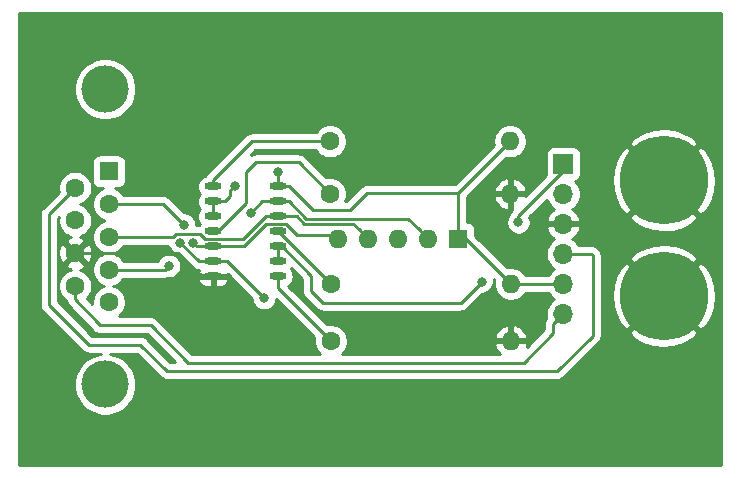
<source format=gbr>
G04 #@! TF.GenerationSoftware,KiCad,Pcbnew,(5.1.5-0-10_14)*
G04 #@! TF.CreationDate,2020-10-19T13:07:16+11:00*
G04 #@! TF.ProjectId,Atari-Tandy Joystick Adapter,41746172-692d-4546-916e-6479204a6f79,rev?*
G04 #@! TF.SameCoordinates,Original*
G04 #@! TF.FileFunction,Copper,L1,Top*
G04 #@! TF.FilePolarity,Positive*
%FSLAX46Y46*%
G04 Gerber Fmt 4.6, Leading zero omitted, Abs format (unit mm)*
G04 Created by KiCad (PCBNEW (5.1.5-0-10_14)) date 2020-10-19 13:07:16*
%MOMM*%
%LPD*%
G04 APERTURE LIST*
%ADD10O,1.600000X1.600000*%
%ADD11R,1.600000X1.600000*%
%ADD12O,1.450000X0.599999*%
%ADD13C,7.500000*%
%ADD14C,1.600000*%
%ADD15C,4.000000*%
%ADD16O,1.700000X1.700000*%
%ADD17R,1.700000X1.700000*%
%ADD18C,0.800000*%
%ADD19C,0.250000*%
%ADD20C,0.254000*%
G04 APERTURE END LIST*
D10*
X79883000Y-53721000D03*
X82423000Y-53721000D03*
X84963000Y-53721000D03*
X87503000Y-53721000D03*
D11*
X90043000Y-53721000D03*
D12*
X74733998Y-49276000D03*
X74733998Y-50546000D03*
X74733998Y-51816000D03*
X74733998Y-53086000D03*
X74733998Y-54356000D03*
X74733998Y-55626000D03*
X74733998Y-56896000D03*
X69283999Y-56896000D03*
X69283999Y-55626000D03*
X69283999Y-54356000D03*
X69283999Y-53086000D03*
X69283999Y-51816000D03*
X69283999Y-50546000D03*
X69283999Y-49276000D03*
D13*
X107442000Y-58547000D03*
X107442000Y-48768000D03*
D10*
X94488000Y-62357000D03*
D14*
X79248000Y-62357000D03*
D10*
X94488000Y-57531000D03*
D14*
X79248000Y-57531000D03*
D10*
X94424500Y-49911000D03*
D14*
X79184500Y-49911000D03*
D10*
X94424500Y-45466000D03*
D14*
X79184500Y-45466000D03*
D15*
X60152000Y-66046000D03*
X60152000Y-41046000D03*
D14*
X57612000Y-57701000D03*
X57612000Y-54931000D03*
X57612000Y-52161000D03*
X57612000Y-49391000D03*
X60452000Y-59086000D03*
X60452000Y-56316000D03*
X60452000Y-53546000D03*
X60452000Y-50776000D03*
D11*
X60452000Y-48006000D03*
D16*
X98933000Y-60071000D03*
X98933000Y-57531000D03*
X98933000Y-54991000D03*
X98933000Y-52451000D03*
X98933000Y-49911000D03*
D17*
X98933000Y-47371000D03*
D18*
X74739500Y-48060999D03*
X70421500Y-58674000D03*
X71120000Y-49212500D03*
X92011500Y-57340500D03*
X95123000Y-52324000D03*
X65532000Y-56007000D03*
X66484500Y-54038500D03*
X73596500Y-58737500D03*
X66802000Y-52514500D03*
X67564000Y-54038500D03*
X72453500Y-51498500D03*
D19*
X57612000Y-58832370D02*
X57612000Y-57701000D01*
X67183000Y-64198500D02*
X64008000Y-61023500D01*
X98083001Y-61682999D02*
X95567500Y-64198500D01*
X59690000Y-61023500D02*
X59626500Y-60960000D01*
X98933000Y-60071000D02*
X98083001Y-60920999D01*
X64008000Y-61023500D02*
X59690000Y-61023500D01*
X59626500Y-60960000D02*
X57612000Y-58832370D01*
X95567500Y-64198500D02*
X67183000Y-64198500D01*
X98083001Y-60920999D02*
X98083001Y-61682999D01*
X59700629Y-60920999D02*
X59626500Y-60960000D01*
X90043000Y-49847500D02*
X90043000Y-53721000D01*
X94424500Y-45466000D02*
X90043000Y-49847500D01*
X97730919Y-57531000D02*
X94488000Y-57531000D01*
X98933000Y-57531000D02*
X97730919Y-57531000D01*
X90678000Y-53721000D02*
X90043000Y-53721000D01*
X94488000Y-57531000D02*
X90678000Y-53721000D01*
X75708997Y-49276000D02*
X77740997Y-51308000D01*
X74733998Y-49276000D02*
X75708997Y-49276000D01*
X77740997Y-51308000D02*
X80835500Y-51308000D01*
X82296000Y-49847500D02*
X90043000Y-49847500D01*
X80835500Y-51308000D02*
X82296000Y-49847500D01*
X74733998Y-48066501D02*
X74739500Y-48060999D01*
X74733998Y-49276000D02*
X74733998Y-48066501D01*
X55372000Y-51631000D02*
X57612000Y-49391000D01*
X63119000Y-62674500D02*
X58737500Y-62674500D01*
X98425000Y-64897000D02*
X65341500Y-64897000D01*
X101409500Y-61912500D02*
X98425000Y-64897000D01*
X101409500Y-55118000D02*
X101409500Y-61912500D01*
X58737500Y-62674500D02*
X55372000Y-59309000D01*
X65341500Y-64897000D02*
X63119000Y-62674500D01*
X101282500Y-54991000D02*
X101409500Y-55118000D01*
X55372000Y-59309000D02*
X55372000Y-51631000D01*
X98933000Y-54991000D02*
X101282500Y-54991000D01*
X69283999Y-57536499D02*
X69283999Y-56896000D01*
X70421500Y-58674000D02*
X69283999Y-57536499D01*
X58743370Y-54931000D02*
X57612000Y-54931000D01*
X66344000Y-54931000D02*
X58743370Y-54931000D01*
X68309000Y-56896000D02*
X66344000Y-54931000D01*
X69283999Y-56896000D02*
X68309000Y-56896000D01*
X70258998Y-50546000D02*
X69283999Y-50546000D01*
X70720001Y-49612499D02*
X70720001Y-50084997D01*
X70720001Y-50084997D02*
X70258998Y-50546000D01*
X71120000Y-49212500D02*
X70720001Y-49612499D01*
X69283999Y-50546000D02*
X69283999Y-51816000D01*
X74733998Y-54356000D02*
X74733998Y-55626000D01*
X98933000Y-47948315D02*
X98933000Y-47371000D01*
X95123000Y-51758315D02*
X98933000Y-47948315D01*
X95123000Y-52324000D02*
X95123000Y-51758315D01*
X90233500Y-59118500D02*
X92011500Y-57340500D01*
X78549500Y-59118500D02*
X90233500Y-59118500D01*
X77597000Y-58166000D02*
X78549500Y-59118500D01*
X77597000Y-56832500D02*
X77597000Y-58166000D01*
X75120500Y-54356000D02*
X77597000Y-56832500D01*
X74733998Y-54356000D02*
X75120500Y-54356000D01*
X65223000Y-56316000D02*
X65532000Y-56007000D01*
X60452000Y-56316000D02*
X65223000Y-56316000D01*
X68072000Y-55626000D02*
X69283999Y-55626000D01*
X66484500Y-54038500D02*
X68072000Y-55626000D01*
X70485000Y-55626000D02*
X73596500Y-58737500D01*
X69283999Y-55626000D02*
X70485000Y-55626000D01*
X65903998Y-53546000D02*
X66136499Y-53313499D01*
X60452000Y-53546000D02*
X65903998Y-53546000D01*
X73758999Y-51816000D02*
X74733998Y-51816000D01*
X73722090Y-51816000D02*
X73758999Y-51816000D01*
X71827081Y-53711009D02*
X73722090Y-51816000D01*
X68600112Y-53711009D02*
X71827081Y-53711009D01*
X68202602Y-53313499D02*
X68600112Y-53711009D01*
X66136499Y-53313499D02*
X68202602Y-53313499D01*
X81153000Y-52451000D02*
X81623001Y-52921001D01*
X74733998Y-51816000D02*
X76342587Y-51816000D01*
X81623001Y-52921001D02*
X82423000Y-53721000D01*
X76977587Y-52451000D02*
X81153000Y-52451000D01*
X76342587Y-51816000D02*
X76977587Y-52451000D01*
X65063500Y-50776000D02*
X66802000Y-52514500D01*
X60452000Y-50776000D02*
X65063500Y-50776000D01*
X67881500Y-54356000D02*
X69283999Y-54356000D01*
X67564000Y-54038500D02*
X67881500Y-54356000D01*
X79883000Y-53721000D02*
X79565500Y-53403500D01*
X73777009Y-52460991D02*
X71882000Y-54356000D01*
X71882000Y-54356000D02*
X69283999Y-54356000D01*
X79565500Y-53403500D02*
X76390500Y-53403500D01*
X76390500Y-53403500D02*
X75447991Y-52460991D01*
X75447991Y-52460991D02*
X73777009Y-52460991D01*
X69283999Y-48726001D02*
X69283999Y-49276000D01*
X72544000Y-45466000D02*
X69283999Y-48726001D01*
X79184500Y-45466000D02*
X72544000Y-45466000D01*
X72072500Y-48069500D02*
X72072500Y-50673000D01*
X72072500Y-50673000D02*
X69659500Y-53086000D01*
X72898000Y-47244000D02*
X72072500Y-48069500D01*
X76517500Y-47244000D02*
X72898000Y-47244000D01*
X69659500Y-53086000D02*
X69283999Y-53086000D01*
X79184500Y-49911000D02*
X76517500Y-47244000D01*
X74803000Y-53086000D02*
X74733998Y-53086000D01*
X79248000Y-57531000D02*
X74803000Y-53086000D01*
X74733998Y-57842998D02*
X74733998Y-56896000D01*
X79248000Y-62357000D02*
X74733998Y-57842998D01*
X73406000Y-50546000D02*
X74733998Y-50546000D01*
X72453500Y-51498500D02*
X73406000Y-50546000D01*
X74733998Y-50546000D02*
X75708997Y-50546000D01*
X75708997Y-50546000D02*
X77163986Y-52000989D01*
X77163986Y-52000989D02*
X81339400Y-52000989D01*
X85792981Y-52010981D02*
X86703001Y-52921001D01*
X81349392Y-52010981D02*
X85792981Y-52010981D01*
X81339400Y-52000989D02*
X81349392Y-52010981D01*
X86703001Y-52921001D02*
X87503000Y-53721000D01*
D20*
G36*
X112243001Y-72873000D02*
G01*
X52857000Y-72873000D01*
X52857000Y-51631000D01*
X54608324Y-51631000D01*
X54612001Y-51668332D01*
X54612000Y-59271678D01*
X54608324Y-59309000D01*
X54612000Y-59346322D01*
X54612000Y-59346332D01*
X54622997Y-59457985D01*
X54648718Y-59542776D01*
X54666454Y-59601246D01*
X54737026Y-59733276D01*
X54763658Y-59765727D01*
X54831999Y-59849001D01*
X54861003Y-59872804D01*
X58173700Y-63185502D01*
X58197499Y-63214501D01*
X58313224Y-63309474D01*
X58445253Y-63380046D01*
X58588514Y-63423503D01*
X58700167Y-63434500D01*
X58700175Y-63434500D01*
X58737500Y-63438176D01*
X58774825Y-63434500D01*
X59774332Y-63434500D01*
X59383399Y-63512261D01*
X58903859Y-63710893D01*
X58472285Y-63999262D01*
X58105262Y-64366285D01*
X57816893Y-64797859D01*
X57618261Y-65277399D01*
X57517000Y-65786475D01*
X57517000Y-66305525D01*
X57618261Y-66814601D01*
X57816893Y-67294141D01*
X58105262Y-67725715D01*
X58472285Y-68092738D01*
X58903859Y-68381107D01*
X59383399Y-68579739D01*
X59892475Y-68681000D01*
X60411525Y-68681000D01*
X60920601Y-68579739D01*
X61400141Y-68381107D01*
X61831715Y-68092738D01*
X62198738Y-67725715D01*
X62487107Y-67294141D01*
X62685739Y-66814601D01*
X62787000Y-66305525D01*
X62787000Y-65786475D01*
X62685739Y-65277399D01*
X62487107Y-64797859D01*
X62198738Y-64366285D01*
X61831715Y-63999262D01*
X61400141Y-63710893D01*
X60920601Y-63512261D01*
X60529668Y-63434500D01*
X62804199Y-63434500D01*
X64777701Y-65408003D01*
X64801499Y-65437001D01*
X64917224Y-65531974D01*
X65049253Y-65602546D01*
X65192514Y-65646003D01*
X65304167Y-65657000D01*
X65304175Y-65657000D01*
X65341500Y-65660676D01*
X65378825Y-65657000D01*
X98387678Y-65657000D01*
X98425000Y-65660676D01*
X98462322Y-65657000D01*
X98462333Y-65657000D01*
X98573986Y-65646003D01*
X98717247Y-65602546D01*
X98849276Y-65531974D01*
X98965001Y-65437001D01*
X98988804Y-65407997D01*
X101920508Y-62476295D01*
X101949501Y-62452501D01*
X101973295Y-62423508D01*
X101973299Y-62423504D01*
X102044473Y-62336777D01*
X102044474Y-62336776D01*
X102115046Y-62204747D01*
X102158503Y-62061486D01*
X102169500Y-61949833D01*
X102169500Y-61949824D01*
X102173176Y-61912501D01*
X102169500Y-61875178D01*
X102169500Y-61638872D01*
X104529733Y-61638872D01*
X104955912Y-62184872D01*
X105713395Y-62599983D01*
X106537307Y-62859339D01*
X107395986Y-62952976D01*
X108256434Y-62877293D01*
X109085583Y-62635199D01*
X109851570Y-62235999D01*
X109928088Y-62184872D01*
X110354267Y-61638872D01*
X107442000Y-58726605D01*
X104529733Y-61638872D01*
X102169500Y-61638872D01*
X102169500Y-58500986D01*
X103036024Y-58500986D01*
X103111707Y-59361434D01*
X103353801Y-60190583D01*
X103753001Y-60956570D01*
X103804128Y-61033088D01*
X104350128Y-61459267D01*
X107262395Y-58547000D01*
X107621605Y-58547000D01*
X110533872Y-61459267D01*
X111079872Y-61033088D01*
X111494983Y-60275605D01*
X111754339Y-59451693D01*
X111847976Y-58593014D01*
X111772293Y-57732566D01*
X111530199Y-56903417D01*
X111130999Y-56137430D01*
X111079872Y-56060912D01*
X110533872Y-55634733D01*
X107621605Y-58547000D01*
X107262395Y-58547000D01*
X104350128Y-55634733D01*
X103804128Y-56060912D01*
X103389017Y-56818395D01*
X103129661Y-57642307D01*
X103036024Y-58500986D01*
X102169500Y-58500986D01*
X102169500Y-55455128D01*
X104529733Y-55455128D01*
X107442000Y-58367395D01*
X110354267Y-55455128D01*
X109928088Y-54909128D01*
X109170605Y-54494017D01*
X108346693Y-54234661D01*
X107488014Y-54141024D01*
X106627566Y-54216707D01*
X105798417Y-54458801D01*
X105032430Y-54858001D01*
X104955912Y-54909128D01*
X104529733Y-55455128D01*
X102169500Y-55455128D01*
X102169500Y-55155322D01*
X102173176Y-55117999D01*
X102169500Y-55080677D01*
X102169500Y-55080667D01*
X102158503Y-54969014D01*
X102115046Y-54825753D01*
X102044474Y-54693724D01*
X101949501Y-54577999D01*
X101920498Y-54554197D01*
X101846304Y-54480003D01*
X101822501Y-54450999D01*
X101706776Y-54356026D01*
X101574747Y-54285454D01*
X101431486Y-54241997D01*
X101319833Y-54231000D01*
X101319822Y-54231000D01*
X101282500Y-54227324D01*
X101245178Y-54231000D01*
X100211178Y-54231000D01*
X100086475Y-54044368D01*
X99879632Y-53837525D01*
X99697466Y-53715805D01*
X99814355Y-53646178D01*
X100030588Y-53451269D01*
X100204641Y-53217920D01*
X100329825Y-52955099D01*
X100374476Y-52807890D01*
X100253155Y-52578000D01*
X99060000Y-52578000D01*
X99060000Y-52598000D01*
X98806000Y-52598000D01*
X98806000Y-52578000D01*
X97612845Y-52578000D01*
X97491524Y-52807890D01*
X97536175Y-52955099D01*
X97661359Y-53217920D01*
X97835412Y-53451269D01*
X98051645Y-53646178D01*
X98168534Y-53715805D01*
X97986368Y-53837525D01*
X97779525Y-54044368D01*
X97617010Y-54287589D01*
X97505068Y-54557842D01*
X97448000Y-54844740D01*
X97448000Y-55137260D01*
X97505068Y-55424158D01*
X97617010Y-55694411D01*
X97779525Y-55937632D01*
X97986368Y-56144475D01*
X98160760Y-56261000D01*
X97986368Y-56377525D01*
X97779525Y-56584368D01*
X97654822Y-56771000D01*
X95706043Y-56771000D01*
X95602637Y-56616241D01*
X95402759Y-56416363D01*
X95167727Y-56259320D01*
X94906574Y-56151147D01*
X94629335Y-56096000D01*
X94346665Y-56096000D01*
X94164114Y-56132312D01*
X91481072Y-53449271D01*
X91481072Y-52921000D01*
X91468812Y-52796518D01*
X91432502Y-52676820D01*
X91373537Y-52566506D01*
X91294185Y-52469815D01*
X91197494Y-52390463D01*
X91087180Y-52331498D01*
X90967482Y-52295188D01*
X90843000Y-52282928D01*
X90803000Y-52282928D01*
X90803000Y-52222061D01*
X94088000Y-52222061D01*
X94088000Y-52425939D01*
X94127774Y-52625898D01*
X94205795Y-52814256D01*
X94319063Y-52983774D01*
X94463226Y-53127937D01*
X94632744Y-53241205D01*
X94821102Y-53319226D01*
X95021061Y-53359000D01*
X95224939Y-53359000D01*
X95424898Y-53319226D01*
X95613256Y-53241205D01*
X95782774Y-53127937D01*
X95926937Y-52983774D01*
X96040205Y-52814256D01*
X96118226Y-52625898D01*
X96158000Y-52425939D01*
X96158000Y-52222061D01*
X96118226Y-52022102D01*
X96064271Y-51891845D01*
X97536375Y-50419741D01*
X97617010Y-50614411D01*
X97779525Y-50857632D01*
X97986368Y-51064475D01*
X98168534Y-51186195D01*
X98051645Y-51255822D01*
X97835412Y-51450731D01*
X97661359Y-51684080D01*
X97536175Y-51946901D01*
X97491524Y-52094110D01*
X97612845Y-52324000D01*
X98806000Y-52324000D01*
X98806000Y-52304000D01*
X99060000Y-52304000D01*
X99060000Y-52324000D01*
X100253155Y-52324000D01*
X100374476Y-52094110D01*
X100329825Y-51946901D01*
X100288373Y-51859872D01*
X104529733Y-51859872D01*
X104955912Y-52405872D01*
X105713395Y-52820983D01*
X106537307Y-53080339D01*
X107395986Y-53173976D01*
X108256434Y-53098293D01*
X109085583Y-52856199D01*
X109851570Y-52456999D01*
X109928088Y-52405872D01*
X110354267Y-51859872D01*
X107442000Y-48947605D01*
X104529733Y-51859872D01*
X100288373Y-51859872D01*
X100204641Y-51684080D01*
X100030588Y-51450731D01*
X99814355Y-51255822D01*
X99697466Y-51186195D01*
X99879632Y-51064475D01*
X100086475Y-50857632D01*
X100248990Y-50614411D01*
X100360932Y-50344158D01*
X100418000Y-50057260D01*
X100418000Y-49764740D01*
X100360932Y-49477842D01*
X100248990Y-49207589D01*
X100086475Y-48964368D01*
X99954620Y-48832513D01*
X100027180Y-48810502D01*
X100137494Y-48751537D01*
X100173502Y-48721986D01*
X103036024Y-48721986D01*
X103111707Y-49582434D01*
X103353801Y-50411583D01*
X103753001Y-51177570D01*
X103804128Y-51254088D01*
X104350128Y-51680267D01*
X107262395Y-48768000D01*
X107621605Y-48768000D01*
X110533872Y-51680267D01*
X111079872Y-51254088D01*
X111494983Y-50496605D01*
X111754339Y-49672693D01*
X111847976Y-48814014D01*
X111772293Y-47953566D01*
X111530199Y-47124417D01*
X111130999Y-46358430D01*
X111079872Y-46281912D01*
X110533872Y-45855733D01*
X107621605Y-48768000D01*
X107262395Y-48768000D01*
X104350128Y-45855733D01*
X103804128Y-46281912D01*
X103389017Y-47039395D01*
X103129661Y-47863307D01*
X103036024Y-48721986D01*
X100173502Y-48721986D01*
X100234185Y-48672185D01*
X100313537Y-48575494D01*
X100372502Y-48465180D01*
X100408812Y-48345482D01*
X100421072Y-48221000D01*
X100421072Y-46521000D01*
X100408812Y-46396518D01*
X100372502Y-46276820D01*
X100313537Y-46166506D01*
X100234185Y-46069815D01*
X100137494Y-45990463D01*
X100027180Y-45931498D01*
X99907482Y-45895188D01*
X99783000Y-45882928D01*
X98083000Y-45882928D01*
X97958518Y-45895188D01*
X97838820Y-45931498D01*
X97728506Y-45990463D01*
X97631815Y-46069815D01*
X97552463Y-46166506D01*
X97493498Y-46276820D01*
X97457188Y-46396518D01*
X97444928Y-46521000D01*
X97444928Y-48221000D01*
X97457188Y-48345482D01*
X97458082Y-48348431D01*
X95720690Y-50085824D01*
X95694415Y-50038000D01*
X94551500Y-50038000D01*
X94551500Y-51181624D01*
X94597254Y-51206616D01*
X94583000Y-51218314D01*
X94559202Y-51247312D01*
X94559201Y-51247313D01*
X94488026Y-51334039D01*
X94442037Y-51420079D01*
X94417454Y-51466068D01*
X94374013Y-51609276D01*
X94319063Y-51664226D01*
X94205795Y-51833744D01*
X94127774Y-52022102D01*
X94088000Y-52222061D01*
X90803000Y-52222061D01*
X90803000Y-50260039D01*
X93032596Y-50260039D01*
X93073254Y-50394087D01*
X93193463Y-50648420D01*
X93360981Y-50874414D01*
X93569369Y-51063385D01*
X93810619Y-51208070D01*
X94075460Y-51302909D01*
X94297500Y-51181624D01*
X94297500Y-50038000D01*
X93154585Y-50038000D01*
X93032596Y-50260039D01*
X90803000Y-50260039D01*
X90803000Y-50162301D01*
X91403340Y-49561961D01*
X93032596Y-49561961D01*
X93154585Y-49784000D01*
X94297500Y-49784000D01*
X94297500Y-48640376D01*
X94551500Y-48640376D01*
X94551500Y-49784000D01*
X95694415Y-49784000D01*
X95816404Y-49561961D01*
X95775746Y-49427913D01*
X95655537Y-49173580D01*
X95488019Y-48947586D01*
X95279631Y-48758615D01*
X95038381Y-48613930D01*
X94773540Y-48519091D01*
X94551500Y-48640376D01*
X94297500Y-48640376D01*
X94075460Y-48519091D01*
X93810619Y-48613930D01*
X93569369Y-48758615D01*
X93360981Y-48947586D01*
X93193463Y-49173580D01*
X93073254Y-49427913D01*
X93032596Y-49561961D01*
X91403340Y-49561961D01*
X94100614Y-46864688D01*
X94283165Y-46901000D01*
X94565835Y-46901000D01*
X94843074Y-46845853D01*
X95104227Y-46737680D01*
X95339259Y-46580637D01*
X95539137Y-46380759D01*
X95696180Y-46145727D01*
X95804353Y-45884574D01*
X95845816Y-45676128D01*
X104529733Y-45676128D01*
X107442000Y-48588395D01*
X110354267Y-45676128D01*
X109928088Y-45130128D01*
X109170605Y-44715017D01*
X108346693Y-44455661D01*
X107488014Y-44362024D01*
X106627566Y-44437707D01*
X105798417Y-44679801D01*
X105032430Y-45079001D01*
X104955912Y-45130128D01*
X104529733Y-45676128D01*
X95845816Y-45676128D01*
X95859500Y-45607335D01*
X95859500Y-45324665D01*
X95804353Y-45047426D01*
X95696180Y-44786273D01*
X95539137Y-44551241D01*
X95339259Y-44351363D01*
X95104227Y-44194320D01*
X94843074Y-44086147D01*
X94565835Y-44031000D01*
X94283165Y-44031000D01*
X94005926Y-44086147D01*
X93744773Y-44194320D01*
X93509741Y-44351363D01*
X93309863Y-44551241D01*
X93152820Y-44786273D01*
X93044647Y-45047426D01*
X92989500Y-45324665D01*
X92989500Y-45607335D01*
X93025812Y-45789886D01*
X89728199Y-49087500D01*
X82333323Y-49087500D01*
X82296000Y-49083824D01*
X82258677Y-49087500D01*
X82258667Y-49087500D01*
X82147014Y-49098497D01*
X82003753Y-49141954D01*
X81871723Y-49212526D01*
X81806563Y-49266002D01*
X81755999Y-49307499D01*
X81732201Y-49336497D01*
X80520699Y-50548000D01*
X80473878Y-50548000D01*
X80564353Y-50329574D01*
X80619500Y-50052335D01*
X80619500Y-49769665D01*
X80564353Y-49492426D01*
X80456180Y-49231273D01*
X80299137Y-48996241D01*
X80099259Y-48796363D01*
X79864227Y-48639320D01*
X79603074Y-48531147D01*
X79325835Y-48476000D01*
X79043165Y-48476000D01*
X78860614Y-48512312D01*
X77081304Y-46733003D01*
X77057501Y-46703999D01*
X76941776Y-46609026D01*
X76809747Y-46538454D01*
X76666486Y-46494997D01*
X76554833Y-46484000D01*
X76554822Y-46484000D01*
X76517500Y-46480324D01*
X76480178Y-46484000D01*
X72935322Y-46484000D01*
X72897999Y-46480324D01*
X72860676Y-46484000D01*
X72860667Y-46484000D01*
X72749014Y-46494997D01*
X72605753Y-46538454D01*
X72478132Y-46606670D01*
X72858802Y-46226000D01*
X77966457Y-46226000D01*
X78069863Y-46380759D01*
X78269741Y-46580637D01*
X78504773Y-46737680D01*
X78765926Y-46845853D01*
X79043165Y-46901000D01*
X79325835Y-46901000D01*
X79603074Y-46845853D01*
X79864227Y-46737680D01*
X80099259Y-46580637D01*
X80299137Y-46380759D01*
X80456180Y-46145727D01*
X80564353Y-45884574D01*
X80619500Y-45607335D01*
X80619500Y-45324665D01*
X80564353Y-45047426D01*
X80456180Y-44786273D01*
X80299137Y-44551241D01*
X80099259Y-44351363D01*
X79864227Y-44194320D01*
X79603074Y-44086147D01*
X79325835Y-44031000D01*
X79043165Y-44031000D01*
X78765926Y-44086147D01*
X78504773Y-44194320D01*
X78269741Y-44351363D01*
X78069863Y-44551241D01*
X77966457Y-44706000D01*
X72581333Y-44706000D01*
X72544000Y-44702323D01*
X72506667Y-44706000D01*
X72395014Y-44716997D01*
X72251753Y-44760454D01*
X72119724Y-44831026D01*
X72003999Y-44925999D01*
X71980201Y-44954997D01*
X68773002Y-48162197D01*
X68743998Y-48186000D01*
X68699221Y-48240562D01*
X68649025Y-48301725D01*
X68610174Y-48374409D01*
X68499458Y-48407994D01*
X68337027Y-48494815D01*
X68194655Y-48611657D01*
X68077813Y-48754029D01*
X67990992Y-48916460D01*
X67937528Y-49092708D01*
X67919475Y-49276000D01*
X67937528Y-49459292D01*
X67990992Y-49635540D01*
X68077813Y-49797971D01*
X68170574Y-49911000D01*
X68077813Y-50024029D01*
X67990992Y-50186460D01*
X67937528Y-50362708D01*
X67919475Y-50546000D01*
X67937528Y-50729292D01*
X67990992Y-50905540D01*
X68077813Y-51067971D01*
X68170574Y-51181000D01*
X68077813Y-51294029D01*
X67990992Y-51456460D01*
X67937528Y-51632708D01*
X67919475Y-51816000D01*
X67937528Y-51999292D01*
X67990992Y-52175540D01*
X68077813Y-52337971D01*
X68170574Y-52451000D01*
X68086455Y-52553499D01*
X67837000Y-52553499D01*
X67837000Y-52412561D01*
X67797226Y-52212602D01*
X67719205Y-52024244D01*
X67605937Y-51854726D01*
X67461774Y-51710563D01*
X67292256Y-51597295D01*
X67103898Y-51519274D01*
X66903939Y-51479500D01*
X66841802Y-51479500D01*
X65627304Y-50265003D01*
X65603501Y-50235999D01*
X65487776Y-50141026D01*
X65355747Y-50070454D01*
X65212486Y-50026997D01*
X65100833Y-50016000D01*
X65100822Y-50016000D01*
X65063500Y-50012324D01*
X65026178Y-50016000D01*
X61670043Y-50016000D01*
X61566637Y-49861241D01*
X61366759Y-49661363D01*
X61131727Y-49504320D01*
X60986275Y-49444072D01*
X61252000Y-49444072D01*
X61376482Y-49431812D01*
X61496180Y-49395502D01*
X61606494Y-49336537D01*
X61703185Y-49257185D01*
X61782537Y-49160494D01*
X61841502Y-49050180D01*
X61877812Y-48930482D01*
X61890072Y-48806000D01*
X61890072Y-47206000D01*
X61877812Y-47081518D01*
X61841502Y-46961820D01*
X61782537Y-46851506D01*
X61703185Y-46754815D01*
X61606494Y-46675463D01*
X61496180Y-46616498D01*
X61376482Y-46580188D01*
X61252000Y-46567928D01*
X59652000Y-46567928D01*
X59527518Y-46580188D01*
X59407820Y-46616498D01*
X59297506Y-46675463D01*
X59200815Y-46754815D01*
X59121463Y-46851506D01*
X59062498Y-46961820D01*
X59026188Y-47081518D01*
X59013928Y-47206000D01*
X59013928Y-48806000D01*
X59026188Y-48930482D01*
X59062498Y-49050180D01*
X59121463Y-49160494D01*
X59200815Y-49257185D01*
X59297506Y-49336537D01*
X59407820Y-49395502D01*
X59527518Y-49431812D01*
X59652000Y-49444072D01*
X59917725Y-49444072D01*
X59772273Y-49504320D01*
X59537241Y-49661363D01*
X59337363Y-49861241D01*
X59180320Y-50096273D01*
X59072147Y-50357426D01*
X59017000Y-50634665D01*
X59017000Y-50917335D01*
X59072147Y-51194574D01*
X59180320Y-51455727D01*
X59337363Y-51690759D01*
X59537241Y-51890637D01*
X59772273Y-52047680D01*
X60033426Y-52155853D01*
X60059301Y-52161000D01*
X60033426Y-52166147D01*
X59772273Y-52274320D01*
X59537241Y-52431363D01*
X59337363Y-52631241D01*
X59180320Y-52866273D01*
X59072147Y-53127426D01*
X59017000Y-53404665D01*
X59017000Y-53687335D01*
X59072147Y-53964574D01*
X59180320Y-54225727D01*
X59337363Y-54460759D01*
X59537241Y-54660637D01*
X59772273Y-54817680D01*
X60033426Y-54925853D01*
X60059301Y-54931000D01*
X60033426Y-54936147D01*
X59772273Y-55044320D01*
X59537241Y-55201363D01*
X59337363Y-55401241D01*
X59180320Y-55636273D01*
X59072147Y-55897426D01*
X59017000Y-56174665D01*
X59017000Y-56457335D01*
X59072147Y-56734574D01*
X59180320Y-56995727D01*
X59337363Y-57230759D01*
X59537241Y-57430637D01*
X59772273Y-57587680D01*
X60033426Y-57695853D01*
X60059301Y-57701000D01*
X60033426Y-57706147D01*
X59772273Y-57814320D01*
X59537241Y-57971363D01*
X59337363Y-58171241D01*
X59180320Y-58406273D01*
X59072147Y-58667426D01*
X59017000Y-58944665D01*
X59017000Y-59210878D01*
X58586351Y-58756045D01*
X58726637Y-58615759D01*
X58883680Y-58380727D01*
X58991853Y-58119574D01*
X59047000Y-57842335D01*
X59047000Y-57559665D01*
X58991853Y-57282426D01*
X58883680Y-57021273D01*
X58726637Y-56786241D01*
X58526759Y-56586363D01*
X58291727Y-56429320D01*
X58030574Y-56321147D01*
X58002118Y-56315487D01*
X58228292Y-56234603D01*
X58353514Y-56167671D01*
X58425097Y-55923702D01*
X57612000Y-55110605D01*
X56798903Y-55923702D01*
X56870486Y-56167671D01*
X57125996Y-56288571D01*
X57228289Y-56314212D01*
X57193426Y-56321147D01*
X56932273Y-56429320D01*
X56697241Y-56586363D01*
X56497363Y-56786241D01*
X56340320Y-57021273D01*
X56232147Y-57282426D01*
X56177000Y-57559665D01*
X56177000Y-57842335D01*
X56232147Y-58119574D01*
X56340320Y-58380727D01*
X56497363Y-58615759D01*
X56697241Y-58815637D01*
X56856452Y-58922018D01*
X56859209Y-58960851D01*
X56861971Y-58970941D01*
X56862997Y-58981355D01*
X56881713Y-59043054D01*
X56898738Y-59105244D01*
X56903417Y-59114603D01*
X56906454Y-59124616D01*
X56936858Y-59181496D01*
X56965680Y-59239151D01*
X56972092Y-59247414D01*
X56977026Y-59256645D01*
X57017939Y-59306498D01*
X57034460Y-59327789D01*
X57041604Y-59335334D01*
X57071999Y-59372371D01*
X57092956Y-59389570D01*
X59028636Y-61433955D01*
X59033011Y-61440596D01*
X59061119Y-61469075D01*
X59062701Y-61471002D01*
X59081739Y-61490040D01*
X59100294Y-61509637D01*
X59106272Y-61514822D01*
X59128690Y-61537536D01*
X59149999Y-61563501D01*
X59265724Y-61658474D01*
X59397753Y-61729046D01*
X59541014Y-61772503D01*
X59652667Y-61783500D01*
X59690000Y-61787177D01*
X59727333Y-61783500D01*
X63693199Y-61783500D01*
X66046698Y-64137000D01*
X65656302Y-64137000D01*
X63682804Y-62163503D01*
X63659001Y-62134499D01*
X63543276Y-62039526D01*
X63411247Y-61968954D01*
X63267986Y-61925497D01*
X63156333Y-61914500D01*
X63156322Y-61914500D01*
X63119000Y-61910824D01*
X63081678Y-61914500D01*
X59052302Y-61914500D01*
X56132000Y-58994199D01*
X56132000Y-55001512D01*
X56171783Y-55001512D01*
X56213213Y-55281130D01*
X56308397Y-55547292D01*
X56375329Y-55672514D01*
X56619298Y-55744097D01*
X57432395Y-54931000D01*
X57791605Y-54931000D01*
X58604702Y-55744097D01*
X58848671Y-55672514D01*
X58969571Y-55417004D01*
X59038300Y-55142816D01*
X59052217Y-54860488D01*
X59010787Y-54580870D01*
X58915603Y-54314708D01*
X58848671Y-54189486D01*
X58604702Y-54117903D01*
X57791605Y-54931000D01*
X57432395Y-54931000D01*
X56619298Y-54117903D01*
X56375329Y-54189486D01*
X56254429Y-54444996D01*
X56185700Y-54719184D01*
X56171783Y-55001512D01*
X56132000Y-55001512D01*
X56132000Y-51945801D01*
X56206515Y-51871287D01*
X56177000Y-52019665D01*
X56177000Y-52302335D01*
X56232147Y-52579574D01*
X56340320Y-52840727D01*
X56497363Y-53075759D01*
X56697241Y-53275637D01*
X56932273Y-53432680D01*
X57193426Y-53540853D01*
X57221882Y-53546513D01*
X56995708Y-53627397D01*
X56870486Y-53694329D01*
X56798903Y-53938298D01*
X57612000Y-54751395D01*
X58425097Y-53938298D01*
X58353514Y-53694329D01*
X58098004Y-53573429D01*
X57995711Y-53547788D01*
X58030574Y-53540853D01*
X58291727Y-53432680D01*
X58526759Y-53275637D01*
X58726637Y-53075759D01*
X58883680Y-52840727D01*
X58991853Y-52579574D01*
X59047000Y-52302335D01*
X59047000Y-52019665D01*
X58991853Y-51742426D01*
X58883680Y-51481273D01*
X58726637Y-51246241D01*
X58526759Y-51046363D01*
X58291727Y-50889320D01*
X58030574Y-50781147D01*
X58004699Y-50776000D01*
X58030574Y-50770853D01*
X58291727Y-50662680D01*
X58526759Y-50505637D01*
X58726637Y-50305759D01*
X58883680Y-50070727D01*
X58991853Y-49809574D01*
X59047000Y-49532335D01*
X59047000Y-49249665D01*
X58991853Y-48972426D01*
X58883680Y-48711273D01*
X58726637Y-48476241D01*
X58526759Y-48276363D01*
X58291727Y-48119320D01*
X58030574Y-48011147D01*
X57753335Y-47956000D01*
X57470665Y-47956000D01*
X57193426Y-48011147D01*
X56932273Y-48119320D01*
X56697241Y-48276363D01*
X56497363Y-48476241D01*
X56340320Y-48711273D01*
X56232147Y-48972426D01*
X56177000Y-49249665D01*
X56177000Y-49532335D01*
X56213312Y-49714886D01*
X54860998Y-51067201D01*
X54832000Y-51090999D01*
X54808202Y-51119997D01*
X54808201Y-51119998D01*
X54737026Y-51206724D01*
X54666454Y-51338754D01*
X54641202Y-51422003D01*
X54622998Y-51482014D01*
X54618887Y-51523753D01*
X54608324Y-51631000D01*
X52857000Y-51631000D01*
X52857000Y-40786475D01*
X57517000Y-40786475D01*
X57517000Y-41305525D01*
X57618261Y-41814601D01*
X57816893Y-42294141D01*
X58105262Y-42725715D01*
X58472285Y-43092738D01*
X58903859Y-43381107D01*
X59383399Y-43579739D01*
X59892475Y-43681000D01*
X60411525Y-43681000D01*
X60920601Y-43579739D01*
X61400141Y-43381107D01*
X61831715Y-43092738D01*
X62198738Y-42725715D01*
X62487107Y-42294141D01*
X62685739Y-41814601D01*
X62787000Y-41305525D01*
X62787000Y-40786475D01*
X62685739Y-40277399D01*
X62487107Y-39797859D01*
X62198738Y-39366285D01*
X61831715Y-38999262D01*
X61400141Y-38710893D01*
X60920601Y-38512261D01*
X60411525Y-38411000D01*
X59892475Y-38411000D01*
X59383399Y-38512261D01*
X58903859Y-38710893D01*
X58472285Y-38999262D01*
X58105262Y-39366285D01*
X57816893Y-39797859D01*
X57618261Y-40277399D01*
X57517000Y-40786475D01*
X52857000Y-40786475D01*
X52857000Y-34569000D01*
X112243000Y-34569000D01*
X112243001Y-72873000D01*
G37*
X112243001Y-72873000D02*
X52857000Y-72873000D01*
X52857000Y-51631000D01*
X54608324Y-51631000D01*
X54612001Y-51668332D01*
X54612000Y-59271678D01*
X54608324Y-59309000D01*
X54612000Y-59346322D01*
X54612000Y-59346332D01*
X54622997Y-59457985D01*
X54648718Y-59542776D01*
X54666454Y-59601246D01*
X54737026Y-59733276D01*
X54763658Y-59765727D01*
X54831999Y-59849001D01*
X54861003Y-59872804D01*
X58173700Y-63185502D01*
X58197499Y-63214501D01*
X58313224Y-63309474D01*
X58445253Y-63380046D01*
X58588514Y-63423503D01*
X58700167Y-63434500D01*
X58700175Y-63434500D01*
X58737500Y-63438176D01*
X58774825Y-63434500D01*
X59774332Y-63434500D01*
X59383399Y-63512261D01*
X58903859Y-63710893D01*
X58472285Y-63999262D01*
X58105262Y-64366285D01*
X57816893Y-64797859D01*
X57618261Y-65277399D01*
X57517000Y-65786475D01*
X57517000Y-66305525D01*
X57618261Y-66814601D01*
X57816893Y-67294141D01*
X58105262Y-67725715D01*
X58472285Y-68092738D01*
X58903859Y-68381107D01*
X59383399Y-68579739D01*
X59892475Y-68681000D01*
X60411525Y-68681000D01*
X60920601Y-68579739D01*
X61400141Y-68381107D01*
X61831715Y-68092738D01*
X62198738Y-67725715D01*
X62487107Y-67294141D01*
X62685739Y-66814601D01*
X62787000Y-66305525D01*
X62787000Y-65786475D01*
X62685739Y-65277399D01*
X62487107Y-64797859D01*
X62198738Y-64366285D01*
X61831715Y-63999262D01*
X61400141Y-63710893D01*
X60920601Y-63512261D01*
X60529668Y-63434500D01*
X62804199Y-63434500D01*
X64777701Y-65408003D01*
X64801499Y-65437001D01*
X64917224Y-65531974D01*
X65049253Y-65602546D01*
X65192514Y-65646003D01*
X65304167Y-65657000D01*
X65304175Y-65657000D01*
X65341500Y-65660676D01*
X65378825Y-65657000D01*
X98387678Y-65657000D01*
X98425000Y-65660676D01*
X98462322Y-65657000D01*
X98462333Y-65657000D01*
X98573986Y-65646003D01*
X98717247Y-65602546D01*
X98849276Y-65531974D01*
X98965001Y-65437001D01*
X98988804Y-65407997D01*
X101920508Y-62476295D01*
X101949501Y-62452501D01*
X101973295Y-62423508D01*
X101973299Y-62423504D01*
X102044473Y-62336777D01*
X102044474Y-62336776D01*
X102115046Y-62204747D01*
X102158503Y-62061486D01*
X102169500Y-61949833D01*
X102169500Y-61949824D01*
X102173176Y-61912501D01*
X102169500Y-61875178D01*
X102169500Y-61638872D01*
X104529733Y-61638872D01*
X104955912Y-62184872D01*
X105713395Y-62599983D01*
X106537307Y-62859339D01*
X107395986Y-62952976D01*
X108256434Y-62877293D01*
X109085583Y-62635199D01*
X109851570Y-62235999D01*
X109928088Y-62184872D01*
X110354267Y-61638872D01*
X107442000Y-58726605D01*
X104529733Y-61638872D01*
X102169500Y-61638872D01*
X102169500Y-58500986D01*
X103036024Y-58500986D01*
X103111707Y-59361434D01*
X103353801Y-60190583D01*
X103753001Y-60956570D01*
X103804128Y-61033088D01*
X104350128Y-61459267D01*
X107262395Y-58547000D01*
X107621605Y-58547000D01*
X110533872Y-61459267D01*
X111079872Y-61033088D01*
X111494983Y-60275605D01*
X111754339Y-59451693D01*
X111847976Y-58593014D01*
X111772293Y-57732566D01*
X111530199Y-56903417D01*
X111130999Y-56137430D01*
X111079872Y-56060912D01*
X110533872Y-55634733D01*
X107621605Y-58547000D01*
X107262395Y-58547000D01*
X104350128Y-55634733D01*
X103804128Y-56060912D01*
X103389017Y-56818395D01*
X103129661Y-57642307D01*
X103036024Y-58500986D01*
X102169500Y-58500986D01*
X102169500Y-55455128D01*
X104529733Y-55455128D01*
X107442000Y-58367395D01*
X110354267Y-55455128D01*
X109928088Y-54909128D01*
X109170605Y-54494017D01*
X108346693Y-54234661D01*
X107488014Y-54141024D01*
X106627566Y-54216707D01*
X105798417Y-54458801D01*
X105032430Y-54858001D01*
X104955912Y-54909128D01*
X104529733Y-55455128D01*
X102169500Y-55455128D01*
X102169500Y-55155322D01*
X102173176Y-55117999D01*
X102169500Y-55080677D01*
X102169500Y-55080667D01*
X102158503Y-54969014D01*
X102115046Y-54825753D01*
X102044474Y-54693724D01*
X101949501Y-54577999D01*
X101920498Y-54554197D01*
X101846304Y-54480003D01*
X101822501Y-54450999D01*
X101706776Y-54356026D01*
X101574747Y-54285454D01*
X101431486Y-54241997D01*
X101319833Y-54231000D01*
X101319822Y-54231000D01*
X101282500Y-54227324D01*
X101245178Y-54231000D01*
X100211178Y-54231000D01*
X100086475Y-54044368D01*
X99879632Y-53837525D01*
X99697466Y-53715805D01*
X99814355Y-53646178D01*
X100030588Y-53451269D01*
X100204641Y-53217920D01*
X100329825Y-52955099D01*
X100374476Y-52807890D01*
X100253155Y-52578000D01*
X99060000Y-52578000D01*
X99060000Y-52598000D01*
X98806000Y-52598000D01*
X98806000Y-52578000D01*
X97612845Y-52578000D01*
X97491524Y-52807890D01*
X97536175Y-52955099D01*
X97661359Y-53217920D01*
X97835412Y-53451269D01*
X98051645Y-53646178D01*
X98168534Y-53715805D01*
X97986368Y-53837525D01*
X97779525Y-54044368D01*
X97617010Y-54287589D01*
X97505068Y-54557842D01*
X97448000Y-54844740D01*
X97448000Y-55137260D01*
X97505068Y-55424158D01*
X97617010Y-55694411D01*
X97779525Y-55937632D01*
X97986368Y-56144475D01*
X98160760Y-56261000D01*
X97986368Y-56377525D01*
X97779525Y-56584368D01*
X97654822Y-56771000D01*
X95706043Y-56771000D01*
X95602637Y-56616241D01*
X95402759Y-56416363D01*
X95167727Y-56259320D01*
X94906574Y-56151147D01*
X94629335Y-56096000D01*
X94346665Y-56096000D01*
X94164114Y-56132312D01*
X91481072Y-53449271D01*
X91481072Y-52921000D01*
X91468812Y-52796518D01*
X91432502Y-52676820D01*
X91373537Y-52566506D01*
X91294185Y-52469815D01*
X91197494Y-52390463D01*
X91087180Y-52331498D01*
X90967482Y-52295188D01*
X90843000Y-52282928D01*
X90803000Y-52282928D01*
X90803000Y-52222061D01*
X94088000Y-52222061D01*
X94088000Y-52425939D01*
X94127774Y-52625898D01*
X94205795Y-52814256D01*
X94319063Y-52983774D01*
X94463226Y-53127937D01*
X94632744Y-53241205D01*
X94821102Y-53319226D01*
X95021061Y-53359000D01*
X95224939Y-53359000D01*
X95424898Y-53319226D01*
X95613256Y-53241205D01*
X95782774Y-53127937D01*
X95926937Y-52983774D01*
X96040205Y-52814256D01*
X96118226Y-52625898D01*
X96158000Y-52425939D01*
X96158000Y-52222061D01*
X96118226Y-52022102D01*
X96064271Y-51891845D01*
X97536375Y-50419741D01*
X97617010Y-50614411D01*
X97779525Y-50857632D01*
X97986368Y-51064475D01*
X98168534Y-51186195D01*
X98051645Y-51255822D01*
X97835412Y-51450731D01*
X97661359Y-51684080D01*
X97536175Y-51946901D01*
X97491524Y-52094110D01*
X97612845Y-52324000D01*
X98806000Y-52324000D01*
X98806000Y-52304000D01*
X99060000Y-52304000D01*
X99060000Y-52324000D01*
X100253155Y-52324000D01*
X100374476Y-52094110D01*
X100329825Y-51946901D01*
X100288373Y-51859872D01*
X104529733Y-51859872D01*
X104955912Y-52405872D01*
X105713395Y-52820983D01*
X106537307Y-53080339D01*
X107395986Y-53173976D01*
X108256434Y-53098293D01*
X109085583Y-52856199D01*
X109851570Y-52456999D01*
X109928088Y-52405872D01*
X110354267Y-51859872D01*
X107442000Y-48947605D01*
X104529733Y-51859872D01*
X100288373Y-51859872D01*
X100204641Y-51684080D01*
X100030588Y-51450731D01*
X99814355Y-51255822D01*
X99697466Y-51186195D01*
X99879632Y-51064475D01*
X100086475Y-50857632D01*
X100248990Y-50614411D01*
X100360932Y-50344158D01*
X100418000Y-50057260D01*
X100418000Y-49764740D01*
X100360932Y-49477842D01*
X100248990Y-49207589D01*
X100086475Y-48964368D01*
X99954620Y-48832513D01*
X100027180Y-48810502D01*
X100137494Y-48751537D01*
X100173502Y-48721986D01*
X103036024Y-48721986D01*
X103111707Y-49582434D01*
X103353801Y-50411583D01*
X103753001Y-51177570D01*
X103804128Y-51254088D01*
X104350128Y-51680267D01*
X107262395Y-48768000D01*
X107621605Y-48768000D01*
X110533872Y-51680267D01*
X111079872Y-51254088D01*
X111494983Y-50496605D01*
X111754339Y-49672693D01*
X111847976Y-48814014D01*
X111772293Y-47953566D01*
X111530199Y-47124417D01*
X111130999Y-46358430D01*
X111079872Y-46281912D01*
X110533872Y-45855733D01*
X107621605Y-48768000D01*
X107262395Y-48768000D01*
X104350128Y-45855733D01*
X103804128Y-46281912D01*
X103389017Y-47039395D01*
X103129661Y-47863307D01*
X103036024Y-48721986D01*
X100173502Y-48721986D01*
X100234185Y-48672185D01*
X100313537Y-48575494D01*
X100372502Y-48465180D01*
X100408812Y-48345482D01*
X100421072Y-48221000D01*
X100421072Y-46521000D01*
X100408812Y-46396518D01*
X100372502Y-46276820D01*
X100313537Y-46166506D01*
X100234185Y-46069815D01*
X100137494Y-45990463D01*
X100027180Y-45931498D01*
X99907482Y-45895188D01*
X99783000Y-45882928D01*
X98083000Y-45882928D01*
X97958518Y-45895188D01*
X97838820Y-45931498D01*
X97728506Y-45990463D01*
X97631815Y-46069815D01*
X97552463Y-46166506D01*
X97493498Y-46276820D01*
X97457188Y-46396518D01*
X97444928Y-46521000D01*
X97444928Y-48221000D01*
X97457188Y-48345482D01*
X97458082Y-48348431D01*
X95720690Y-50085824D01*
X95694415Y-50038000D01*
X94551500Y-50038000D01*
X94551500Y-51181624D01*
X94597254Y-51206616D01*
X94583000Y-51218314D01*
X94559202Y-51247312D01*
X94559201Y-51247313D01*
X94488026Y-51334039D01*
X94442037Y-51420079D01*
X94417454Y-51466068D01*
X94374013Y-51609276D01*
X94319063Y-51664226D01*
X94205795Y-51833744D01*
X94127774Y-52022102D01*
X94088000Y-52222061D01*
X90803000Y-52222061D01*
X90803000Y-50260039D01*
X93032596Y-50260039D01*
X93073254Y-50394087D01*
X93193463Y-50648420D01*
X93360981Y-50874414D01*
X93569369Y-51063385D01*
X93810619Y-51208070D01*
X94075460Y-51302909D01*
X94297500Y-51181624D01*
X94297500Y-50038000D01*
X93154585Y-50038000D01*
X93032596Y-50260039D01*
X90803000Y-50260039D01*
X90803000Y-50162301D01*
X91403340Y-49561961D01*
X93032596Y-49561961D01*
X93154585Y-49784000D01*
X94297500Y-49784000D01*
X94297500Y-48640376D01*
X94551500Y-48640376D01*
X94551500Y-49784000D01*
X95694415Y-49784000D01*
X95816404Y-49561961D01*
X95775746Y-49427913D01*
X95655537Y-49173580D01*
X95488019Y-48947586D01*
X95279631Y-48758615D01*
X95038381Y-48613930D01*
X94773540Y-48519091D01*
X94551500Y-48640376D01*
X94297500Y-48640376D01*
X94075460Y-48519091D01*
X93810619Y-48613930D01*
X93569369Y-48758615D01*
X93360981Y-48947586D01*
X93193463Y-49173580D01*
X93073254Y-49427913D01*
X93032596Y-49561961D01*
X91403340Y-49561961D01*
X94100614Y-46864688D01*
X94283165Y-46901000D01*
X94565835Y-46901000D01*
X94843074Y-46845853D01*
X95104227Y-46737680D01*
X95339259Y-46580637D01*
X95539137Y-46380759D01*
X95696180Y-46145727D01*
X95804353Y-45884574D01*
X95845816Y-45676128D01*
X104529733Y-45676128D01*
X107442000Y-48588395D01*
X110354267Y-45676128D01*
X109928088Y-45130128D01*
X109170605Y-44715017D01*
X108346693Y-44455661D01*
X107488014Y-44362024D01*
X106627566Y-44437707D01*
X105798417Y-44679801D01*
X105032430Y-45079001D01*
X104955912Y-45130128D01*
X104529733Y-45676128D01*
X95845816Y-45676128D01*
X95859500Y-45607335D01*
X95859500Y-45324665D01*
X95804353Y-45047426D01*
X95696180Y-44786273D01*
X95539137Y-44551241D01*
X95339259Y-44351363D01*
X95104227Y-44194320D01*
X94843074Y-44086147D01*
X94565835Y-44031000D01*
X94283165Y-44031000D01*
X94005926Y-44086147D01*
X93744773Y-44194320D01*
X93509741Y-44351363D01*
X93309863Y-44551241D01*
X93152820Y-44786273D01*
X93044647Y-45047426D01*
X92989500Y-45324665D01*
X92989500Y-45607335D01*
X93025812Y-45789886D01*
X89728199Y-49087500D01*
X82333323Y-49087500D01*
X82296000Y-49083824D01*
X82258677Y-49087500D01*
X82258667Y-49087500D01*
X82147014Y-49098497D01*
X82003753Y-49141954D01*
X81871723Y-49212526D01*
X81806563Y-49266002D01*
X81755999Y-49307499D01*
X81732201Y-49336497D01*
X80520699Y-50548000D01*
X80473878Y-50548000D01*
X80564353Y-50329574D01*
X80619500Y-50052335D01*
X80619500Y-49769665D01*
X80564353Y-49492426D01*
X80456180Y-49231273D01*
X80299137Y-48996241D01*
X80099259Y-48796363D01*
X79864227Y-48639320D01*
X79603074Y-48531147D01*
X79325835Y-48476000D01*
X79043165Y-48476000D01*
X78860614Y-48512312D01*
X77081304Y-46733003D01*
X77057501Y-46703999D01*
X76941776Y-46609026D01*
X76809747Y-46538454D01*
X76666486Y-46494997D01*
X76554833Y-46484000D01*
X76554822Y-46484000D01*
X76517500Y-46480324D01*
X76480178Y-46484000D01*
X72935322Y-46484000D01*
X72897999Y-46480324D01*
X72860676Y-46484000D01*
X72860667Y-46484000D01*
X72749014Y-46494997D01*
X72605753Y-46538454D01*
X72478132Y-46606670D01*
X72858802Y-46226000D01*
X77966457Y-46226000D01*
X78069863Y-46380759D01*
X78269741Y-46580637D01*
X78504773Y-46737680D01*
X78765926Y-46845853D01*
X79043165Y-46901000D01*
X79325835Y-46901000D01*
X79603074Y-46845853D01*
X79864227Y-46737680D01*
X80099259Y-46580637D01*
X80299137Y-46380759D01*
X80456180Y-46145727D01*
X80564353Y-45884574D01*
X80619500Y-45607335D01*
X80619500Y-45324665D01*
X80564353Y-45047426D01*
X80456180Y-44786273D01*
X80299137Y-44551241D01*
X80099259Y-44351363D01*
X79864227Y-44194320D01*
X79603074Y-44086147D01*
X79325835Y-44031000D01*
X79043165Y-44031000D01*
X78765926Y-44086147D01*
X78504773Y-44194320D01*
X78269741Y-44351363D01*
X78069863Y-44551241D01*
X77966457Y-44706000D01*
X72581333Y-44706000D01*
X72544000Y-44702323D01*
X72506667Y-44706000D01*
X72395014Y-44716997D01*
X72251753Y-44760454D01*
X72119724Y-44831026D01*
X72003999Y-44925999D01*
X71980201Y-44954997D01*
X68773002Y-48162197D01*
X68743998Y-48186000D01*
X68699221Y-48240562D01*
X68649025Y-48301725D01*
X68610174Y-48374409D01*
X68499458Y-48407994D01*
X68337027Y-48494815D01*
X68194655Y-48611657D01*
X68077813Y-48754029D01*
X67990992Y-48916460D01*
X67937528Y-49092708D01*
X67919475Y-49276000D01*
X67937528Y-49459292D01*
X67990992Y-49635540D01*
X68077813Y-49797971D01*
X68170574Y-49911000D01*
X68077813Y-50024029D01*
X67990992Y-50186460D01*
X67937528Y-50362708D01*
X67919475Y-50546000D01*
X67937528Y-50729292D01*
X67990992Y-50905540D01*
X68077813Y-51067971D01*
X68170574Y-51181000D01*
X68077813Y-51294029D01*
X67990992Y-51456460D01*
X67937528Y-51632708D01*
X67919475Y-51816000D01*
X67937528Y-51999292D01*
X67990992Y-52175540D01*
X68077813Y-52337971D01*
X68170574Y-52451000D01*
X68086455Y-52553499D01*
X67837000Y-52553499D01*
X67837000Y-52412561D01*
X67797226Y-52212602D01*
X67719205Y-52024244D01*
X67605937Y-51854726D01*
X67461774Y-51710563D01*
X67292256Y-51597295D01*
X67103898Y-51519274D01*
X66903939Y-51479500D01*
X66841802Y-51479500D01*
X65627304Y-50265003D01*
X65603501Y-50235999D01*
X65487776Y-50141026D01*
X65355747Y-50070454D01*
X65212486Y-50026997D01*
X65100833Y-50016000D01*
X65100822Y-50016000D01*
X65063500Y-50012324D01*
X65026178Y-50016000D01*
X61670043Y-50016000D01*
X61566637Y-49861241D01*
X61366759Y-49661363D01*
X61131727Y-49504320D01*
X60986275Y-49444072D01*
X61252000Y-49444072D01*
X61376482Y-49431812D01*
X61496180Y-49395502D01*
X61606494Y-49336537D01*
X61703185Y-49257185D01*
X61782537Y-49160494D01*
X61841502Y-49050180D01*
X61877812Y-48930482D01*
X61890072Y-48806000D01*
X61890072Y-47206000D01*
X61877812Y-47081518D01*
X61841502Y-46961820D01*
X61782537Y-46851506D01*
X61703185Y-46754815D01*
X61606494Y-46675463D01*
X61496180Y-46616498D01*
X61376482Y-46580188D01*
X61252000Y-46567928D01*
X59652000Y-46567928D01*
X59527518Y-46580188D01*
X59407820Y-46616498D01*
X59297506Y-46675463D01*
X59200815Y-46754815D01*
X59121463Y-46851506D01*
X59062498Y-46961820D01*
X59026188Y-47081518D01*
X59013928Y-47206000D01*
X59013928Y-48806000D01*
X59026188Y-48930482D01*
X59062498Y-49050180D01*
X59121463Y-49160494D01*
X59200815Y-49257185D01*
X59297506Y-49336537D01*
X59407820Y-49395502D01*
X59527518Y-49431812D01*
X59652000Y-49444072D01*
X59917725Y-49444072D01*
X59772273Y-49504320D01*
X59537241Y-49661363D01*
X59337363Y-49861241D01*
X59180320Y-50096273D01*
X59072147Y-50357426D01*
X59017000Y-50634665D01*
X59017000Y-50917335D01*
X59072147Y-51194574D01*
X59180320Y-51455727D01*
X59337363Y-51690759D01*
X59537241Y-51890637D01*
X59772273Y-52047680D01*
X60033426Y-52155853D01*
X60059301Y-52161000D01*
X60033426Y-52166147D01*
X59772273Y-52274320D01*
X59537241Y-52431363D01*
X59337363Y-52631241D01*
X59180320Y-52866273D01*
X59072147Y-53127426D01*
X59017000Y-53404665D01*
X59017000Y-53687335D01*
X59072147Y-53964574D01*
X59180320Y-54225727D01*
X59337363Y-54460759D01*
X59537241Y-54660637D01*
X59772273Y-54817680D01*
X60033426Y-54925853D01*
X60059301Y-54931000D01*
X60033426Y-54936147D01*
X59772273Y-55044320D01*
X59537241Y-55201363D01*
X59337363Y-55401241D01*
X59180320Y-55636273D01*
X59072147Y-55897426D01*
X59017000Y-56174665D01*
X59017000Y-56457335D01*
X59072147Y-56734574D01*
X59180320Y-56995727D01*
X59337363Y-57230759D01*
X59537241Y-57430637D01*
X59772273Y-57587680D01*
X60033426Y-57695853D01*
X60059301Y-57701000D01*
X60033426Y-57706147D01*
X59772273Y-57814320D01*
X59537241Y-57971363D01*
X59337363Y-58171241D01*
X59180320Y-58406273D01*
X59072147Y-58667426D01*
X59017000Y-58944665D01*
X59017000Y-59210878D01*
X58586351Y-58756045D01*
X58726637Y-58615759D01*
X58883680Y-58380727D01*
X58991853Y-58119574D01*
X59047000Y-57842335D01*
X59047000Y-57559665D01*
X58991853Y-57282426D01*
X58883680Y-57021273D01*
X58726637Y-56786241D01*
X58526759Y-56586363D01*
X58291727Y-56429320D01*
X58030574Y-56321147D01*
X58002118Y-56315487D01*
X58228292Y-56234603D01*
X58353514Y-56167671D01*
X58425097Y-55923702D01*
X57612000Y-55110605D01*
X56798903Y-55923702D01*
X56870486Y-56167671D01*
X57125996Y-56288571D01*
X57228289Y-56314212D01*
X57193426Y-56321147D01*
X56932273Y-56429320D01*
X56697241Y-56586363D01*
X56497363Y-56786241D01*
X56340320Y-57021273D01*
X56232147Y-57282426D01*
X56177000Y-57559665D01*
X56177000Y-57842335D01*
X56232147Y-58119574D01*
X56340320Y-58380727D01*
X56497363Y-58615759D01*
X56697241Y-58815637D01*
X56856452Y-58922018D01*
X56859209Y-58960851D01*
X56861971Y-58970941D01*
X56862997Y-58981355D01*
X56881713Y-59043054D01*
X56898738Y-59105244D01*
X56903417Y-59114603D01*
X56906454Y-59124616D01*
X56936858Y-59181496D01*
X56965680Y-59239151D01*
X56972092Y-59247414D01*
X56977026Y-59256645D01*
X57017939Y-59306498D01*
X57034460Y-59327789D01*
X57041604Y-59335334D01*
X57071999Y-59372371D01*
X57092956Y-59389570D01*
X59028636Y-61433955D01*
X59033011Y-61440596D01*
X59061119Y-61469075D01*
X59062701Y-61471002D01*
X59081739Y-61490040D01*
X59100294Y-61509637D01*
X59106272Y-61514822D01*
X59128690Y-61537536D01*
X59149999Y-61563501D01*
X59265724Y-61658474D01*
X59397753Y-61729046D01*
X59541014Y-61772503D01*
X59652667Y-61783500D01*
X59690000Y-61787177D01*
X59727333Y-61783500D01*
X63693199Y-61783500D01*
X66046698Y-64137000D01*
X65656302Y-64137000D01*
X63682804Y-62163503D01*
X63659001Y-62134499D01*
X63543276Y-62039526D01*
X63411247Y-61968954D01*
X63267986Y-61925497D01*
X63156333Y-61914500D01*
X63156322Y-61914500D01*
X63119000Y-61910824D01*
X63081678Y-61914500D01*
X59052302Y-61914500D01*
X56132000Y-58994199D01*
X56132000Y-55001512D01*
X56171783Y-55001512D01*
X56213213Y-55281130D01*
X56308397Y-55547292D01*
X56375329Y-55672514D01*
X56619298Y-55744097D01*
X57432395Y-54931000D01*
X57791605Y-54931000D01*
X58604702Y-55744097D01*
X58848671Y-55672514D01*
X58969571Y-55417004D01*
X59038300Y-55142816D01*
X59052217Y-54860488D01*
X59010787Y-54580870D01*
X58915603Y-54314708D01*
X58848671Y-54189486D01*
X58604702Y-54117903D01*
X57791605Y-54931000D01*
X57432395Y-54931000D01*
X56619298Y-54117903D01*
X56375329Y-54189486D01*
X56254429Y-54444996D01*
X56185700Y-54719184D01*
X56171783Y-55001512D01*
X56132000Y-55001512D01*
X56132000Y-51945801D01*
X56206515Y-51871287D01*
X56177000Y-52019665D01*
X56177000Y-52302335D01*
X56232147Y-52579574D01*
X56340320Y-52840727D01*
X56497363Y-53075759D01*
X56697241Y-53275637D01*
X56932273Y-53432680D01*
X57193426Y-53540853D01*
X57221882Y-53546513D01*
X56995708Y-53627397D01*
X56870486Y-53694329D01*
X56798903Y-53938298D01*
X57612000Y-54751395D01*
X58425097Y-53938298D01*
X58353514Y-53694329D01*
X58098004Y-53573429D01*
X57995711Y-53547788D01*
X58030574Y-53540853D01*
X58291727Y-53432680D01*
X58526759Y-53275637D01*
X58726637Y-53075759D01*
X58883680Y-52840727D01*
X58991853Y-52579574D01*
X59047000Y-52302335D01*
X59047000Y-52019665D01*
X58991853Y-51742426D01*
X58883680Y-51481273D01*
X58726637Y-51246241D01*
X58526759Y-51046363D01*
X58291727Y-50889320D01*
X58030574Y-50781147D01*
X58004699Y-50776000D01*
X58030574Y-50770853D01*
X58291727Y-50662680D01*
X58526759Y-50505637D01*
X58726637Y-50305759D01*
X58883680Y-50070727D01*
X58991853Y-49809574D01*
X59047000Y-49532335D01*
X59047000Y-49249665D01*
X58991853Y-48972426D01*
X58883680Y-48711273D01*
X58726637Y-48476241D01*
X58526759Y-48276363D01*
X58291727Y-48119320D01*
X58030574Y-48011147D01*
X57753335Y-47956000D01*
X57470665Y-47956000D01*
X57193426Y-48011147D01*
X56932273Y-48119320D01*
X56697241Y-48276363D01*
X56497363Y-48476241D01*
X56340320Y-48711273D01*
X56232147Y-48972426D01*
X56177000Y-49249665D01*
X56177000Y-49532335D01*
X56213312Y-49714886D01*
X54860998Y-51067201D01*
X54832000Y-51090999D01*
X54808202Y-51119997D01*
X54808201Y-51119998D01*
X54737026Y-51206724D01*
X54666454Y-51338754D01*
X54641202Y-51422003D01*
X54622998Y-51482014D01*
X54618887Y-51523753D01*
X54608324Y-51631000D01*
X52857000Y-51631000D01*
X52857000Y-40786475D01*
X57517000Y-40786475D01*
X57517000Y-41305525D01*
X57618261Y-41814601D01*
X57816893Y-42294141D01*
X58105262Y-42725715D01*
X58472285Y-43092738D01*
X58903859Y-43381107D01*
X59383399Y-43579739D01*
X59892475Y-43681000D01*
X60411525Y-43681000D01*
X60920601Y-43579739D01*
X61400141Y-43381107D01*
X61831715Y-43092738D01*
X62198738Y-42725715D01*
X62487107Y-42294141D01*
X62685739Y-41814601D01*
X62787000Y-41305525D01*
X62787000Y-40786475D01*
X62685739Y-40277399D01*
X62487107Y-39797859D01*
X62198738Y-39366285D01*
X61831715Y-38999262D01*
X61400141Y-38710893D01*
X60920601Y-38512261D01*
X60411525Y-38411000D01*
X59892475Y-38411000D01*
X59383399Y-38512261D01*
X58903859Y-38710893D01*
X58472285Y-38999262D01*
X58105262Y-39366285D01*
X57816893Y-39797859D01*
X57618261Y-40277399D01*
X57517000Y-40786475D01*
X52857000Y-40786475D01*
X52857000Y-34569000D01*
X112243000Y-34569000D01*
X112243001Y-72873000D01*
G36*
X65489274Y-54340398D02*
G01*
X65567295Y-54528756D01*
X65680563Y-54698274D01*
X65824726Y-54842437D01*
X65994244Y-54955705D01*
X66182602Y-55033726D01*
X66382561Y-55073500D01*
X66444699Y-55073500D01*
X67508200Y-56137002D01*
X67531999Y-56166001D01*
X67560997Y-56189799D01*
X67647723Y-56260974D01*
X67737382Y-56308898D01*
X67779753Y-56331546D01*
X67923014Y-56375003D01*
X68034667Y-56386000D01*
X68034676Y-56386000D01*
X68068219Y-56389304D01*
X68011018Y-56482138D01*
X67963936Y-56625653D01*
X68093209Y-56769000D01*
X69156999Y-56769000D01*
X69156999Y-56749000D01*
X69410999Y-56749000D01*
X69410999Y-56769000D01*
X70474789Y-56769000D01*
X70511970Y-56727771D01*
X72561500Y-58777303D01*
X72561500Y-58839439D01*
X72601274Y-59039398D01*
X72679295Y-59227756D01*
X72792563Y-59397274D01*
X72936726Y-59541437D01*
X73106244Y-59654705D01*
X73294602Y-59732726D01*
X73494561Y-59772500D01*
X73698439Y-59772500D01*
X73898398Y-59732726D01*
X74086756Y-59654705D01*
X74256274Y-59541437D01*
X74400437Y-59397274D01*
X74513705Y-59227756D01*
X74591726Y-59039398D01*
X74631500Y-58839439D01*
X74631500Y-58815301D01*
X77849312Y-62033114D01*
X77813000Y-62215665D01*
X77813000Y-62498335D01*
X77868147Y-62775574D01*
X77976320Y-63036727D01*
X78133363Y-63271759D01*
X78300104Y-63438500D01*
X67497802Y-63438500D01*
X64571804Y-60512503D01*
X64548001Y-60483499D01*
X64432276Y-60388526D01*
X64300247Y-60317954D01*
X64156986Y-60274497D01*
X64045333Y-60263500D01*
X64045322Y-60263500D01*
X64008000Y-60259824D01*
X63970678Y-60263500D01*
X61272678Y-60263500D01*
X61366759Y-60200637D01*
X61566637Y-60000759D01*
X61723680Y-59765727D01*
X61831853Y-59504574D01*
X61887000Y-59227335D01*
X61887000Y-58944665D01*
X61831853Y-58667426D01*
X61723680Y-58406273D01*
X61566637Y-58171241D01*
X61366759Y-57971363D01*
X61131727Y-57814320D01*
X60870574Y-57706147D01*
X60844699Y-57701000D01*
X60870574Y-57695853D01*
X61131727Y-57587680D01*
X61366759Y-57430637D01*
X61566637Y-57230759D01*
X61609675Y-57166347D01*
X67963936Y-57166347D01*
X68011018Y-57309862D01*
X68108052Y-57467342D01*
X68233944Y-57602866D01*
X68383857Y-57711226D01*
X68552029Y-57788257D01*
X68731998Y-57830999D01*
X69156999Y-57830999D01*
X69156999Y-57023000D01*
X69410999Y-57023000D01*
X69410999Y-57830999D01*
X69836000Y-57830999D01*
X70015969Y-57788257D01*
X70184141Y-57711226D01*
X70334054Y-57602866D01*
X70459946Y-57467342D01*
X70556980Y-57309862D01*
X70604062Y-57166347D01*
X70474789Y-57023000D01*
X69410999Y-57023000D01*
X69156999Y-57023000D01*
X68093209Y-57023000D01*
X67963936Y-57166347D01*
X61609675Y-57166347D01*
X61670043Y-57076000D01*
X65185678Y-57076000D01*
X65223000Y-57079676D01*
X65260322Y-57076000D01*
X65260333Y-57076000D01*
X65371986Y-57065003D01*
X65447818Y-57042000D01*
X65633939Y-57042000D01*
X65833898Y-57002226D01*
X66022256Y-56924205D01*
X66191774Y-56810937D01*
X66335937Y-56666774D01*
X66449205Y-56497256D01*
X66527226Y-56308898D01*
X66567000Y-56108939D01*
X66567000Y-55905061D01*
X66527226Y-55705102D01*
X66449205Y-55516744D01*
X66335937Y-55347226D01*
X66191774Y-55203063D01*
X66022256Y-55089795D01*
X65833898Y-55011774D01*
X65633939Y-54972000D01*
X65430061Y-54972000D01*
X65230102Y-55011774D01*
X65041744Y-55089795D01*
X64872226Y-55203063D01*
X64728063Y-55347226D01*
X64614795Y-55516744D01*
X64598535Y-55556000D01*
X61670043Y-55556000D01*
X61566637Y-55401241D01*
X61366759Y-55201363D01*
X61131727Y-55044320D01*
X60870574Y-54936147D01*
X60844699Y-54931000D01*
X60870574Y-54925853D01*
X61131727Y-54817680D01*
X61366759Y-54660637D01*
X61566637Y-54460759D01*
X61670043Y-54306000D01*
X65482432Y-54306000D01*
X65489274Y-54340398D01*
G37*
X65489274Y-54340398D02*
X65567295Y-54528756D01*
X65680563Y-54698274D01*
X65824726Y-54842437D01*
X65994244Y-54955705D01*
X66182602Y-55033726D01*
X66382561Y-55073500D01*
X66444699Y-55073500D01*
X67508200Y-56137002D01*
X67531999Y-56166001D01*
X67560997Y-56189799D01*
X67647723Y-56260974D01*
X67737382Y-56308898D01*
X67779753Y-56331546D01*
X67923014Y-56375003D01*
X68034667Y-56386000D01*
X68034676Y-56386000D01*
X68068219Y-56389304D01*
X68011018Y-56482138D01*
X67963936Y-56625653D01*
X68093209Y-56769000D01*
X69156999Y-56769000D01*
X69156999Y-56749000D01*
X69410999Y-56749000D01*
X69410999Y-56769000D01*
X70474789Y-56769000D01*
X70511970Y-56727771D01*
X72561500Y-58777303D01*
X72561500Y-58839439D01*
X72601274Y-59039398D01*
X72679295Y-59227756D01*
X72792563Y-59397274D01*
X72936726Y-59541437D01*
X73106244Y-59654705D01*
X73294602Y-59732726D01*
X73494561Y-59772500D01*
X73698439Y-59772500D01*
X73898398Y-59732726D01*
X74086756Y-59654705D01*
X74256274Y-59541437D01*
X74400437Y-59397274D01*
X74513705Y-59227756D01*
X74591726Y-59039398D01*
X74631500Y-58839439D01*
X74631500Y-58815301D01*
X77849312Y-62033114D01*
X77813000Y-62215665D01*
X77813000Y-62498335D01*
X77868147Y-62775574D01*
X77976320Y-63036727D01*
X78133363Y-63271759D01*
X78300104Y-63438500D01*
X67497802Y-63438500D01*
X64571804Y-60512503D01*
X64548001Y-60483499D01*
X64432276Y-60388526D01*
X64300247Y-60317954D01*
X64156986Y-60274497D01*
X64045333Y-60263500D01*
X64045322Y-60263500D01*
X64008000Y-60259824D01*
X63970678Y-60263500D01*
X61272678Y-60263500D01*
X61366759Y-60200637D01*
X61566637Y-60000759D01*
X61723680Y-59765727D01*
X61831853Y-59504574D01*
X61887000Y-59227335D01*
X61887000Y-58944665D01*
X61831853Y-58667426D01*
X61723680Y-58406273D01*
X61566637Y-58171241D01*
X61366759Y-57971363D01*
X61131727Y-57814320D01*
X60870574Y-57706147D01*
X60844699Y-57701000D01*
X60870574Y-57695853D01*
X61131727Y-57587680D01*
X61366759Y-57430637D01*
X61566637Y-57230759D01*
X61609675Y-57166347D01*
X67963936Y-57166347D01*
X68011018Y-57309862D01*
X68108052Y-57467342D01*
X68233944Y-57602866D01*
X68383857Y-57711226D01*
X68552029Y-57788257D01*
X68731998Y-57830999D01*
X69156999Y-57830999D01*
X69156999Y-57023000D01*
X69410999Y-57023000D01*
X69410999Y-57830999D01*
X69836000Y-57830999D01*
X70015969Y-57788257D01*
X70184141Y-57711226D01*
X70334054Y-57602866D01*
X70459946Y-57467342D01*
X70556980Y-57309862D01*
X70604062Y-57166347D01*
X70474789Y-57023000D01*
X69410999Y-57023000D01*
X69156999Y-57023000D01*
X68093209Y-57023000D01*
X67963936Y-57166347D01*
X61609675Y-57166347D01*
X61670043Y-57076000D01*
X65185678Y-57076000D01*
X65223000Y-57079676D01*
X65260322Y-57076000D01*
X65260333Y-57076000D01*
X65371986Y-57065003D01*
X65447818Y-57042000D01*
X65633939Y-57042000D01*
X65833898Y-57002226D01*
X66022256Y-56924205D01*
X66191774Y-56810937D01*
X66335937Y-56666774D01*
X66449205Y-56497256D01*
X66527226Y-56308898D01*
X66567000Y-56108939D01*
X66567000Y-55905061D01*
X66527226Y-55705102D01*
X66449205Y-55516744D01*
X66335937Y-55347226D01*
X66191774Y-55203063D01*
X66022256Y-55089795D01*
X65833898Y-55011774D01*
X65633939Y-54972000D01*
X65430061Y-54972000D01*
X65230102Y-55011774D01*
X65041744Y-55089795D01*
X64872226Y-55203063D01*
X64728063Y-55347226D01*
X64614795Y-55516744D01*
X64598535Y-55556000D01*
X61670043Y-55556000D01*
X61566637Y-55401241D01*
X61366759Y-55201363D01*
X61131727Y-55044320D01*
X60870574Y-54936147D01*
X60844699Y-54931000D01*
X60870574Y-54925853D01*
X61131727Y-54817680D01*
X61366759Y-54660637D01*
X61566637Y-54460759D01*
X61670043Y-54306000D01*
X65482432Y-54306000D01*
X65489274Y-54340398D01*
G36*
X76837000Y-57147302D02*
G01*
X76837001Y-58128668D01*
X76833324Y-58166000D01*
X76837001Y-58203333D01*
X76844553Y-58280003D01*
X76847998Y-58314985D01*
X76891454Y-58458246D01*
X76962026Y-58590276D01*
X77057000Y-58706001D01*
X77085998Y-58729799D01*
X77985705Y-59629508D01*
X78009499Y-59658501D01*
X78038492Y-59682295D01*
X78038496Y-59682299D01*
X78099942Y-59732726D01*
X78125224Y-59753474D01*
X78257253Y-59824046D01*
X78400514Y-59867503D01*
X78512167Y-59878500D01*
X78512176Y-59878500D01*
X78549499Y-59882176D01*
X78586822Y-59878500D01*
X90196178Y-59878500D01*
X90233500Y-59882176D01*
X90270822Y-59878500D01*
X90270833Y-59878500D01*
X90382486Y-59867503D01*
X90525747Y-59824046D01*
X90657776Y-59753474D01*
X90773501Y-59658501D01*
X90797304Y-59629497D01*
X92051302Y-58375500D01*
X92113439Y-58375500D01*
X92313398Y-58335726D01*
X92501756Y-58257705D01*
X92671274Y-58144437D01*
X92815437Y-58000274D01*
X92928705Y-57830756D01*
X93006726Y-57642398D01*
X93046500Y-57442439D01*
X93046500Y-57238561D01*
X93028061Y-57145863D01*
X93089312Y-57207114D01*
X93053000Y-57389665D01*
X93053000Y-57672335D01*
X93108147Y-57949574D01*
X93216320Y-58210727D01*
X93373363Y-58445759D01*
X93573241Y-58645637D01*
X93808273Y-58802680D01*
X94069426Y-58910853D01*
X94346665Y-58966000D01*
X94629335Y-58966000D01*
X94906574Y-58910853D01*
X95167727Y-58802680D01*
X95402759Y-58645637D01*
X95602637Y-58445759D01*
X95706043Y-58291000D01*
X97654822Y-58291000D01*
X97779525Y-58477632D01*
X97986368Y-58684475D01*
X98160760Y-58801000D01*
X97986368Y-58917525D01*
X97779525Y-59124368D01*
X97617010Y-59367589D01*
X97505068Y-59637842D01*
X97448000Y-59924740D01*
X97448000Y-60217260D01*
X97492749Y-60442229D01*
X97448027Y-60496723D01*
X97417830Y-60553217D01*
X97377455Y-60628753D01*
X97333998Y-60772014D01*
X97323001Y-60883667D01*
X97323001Y-60883677D01*
X97319325Y-60920999D01*
X97323001Y-60958321D01*
X97323001Y-61368197D01*
X95828611Y-62862587D01*
X95839246Y-62840087D01*
X95879904Y-62706039D01*
X95757915Y-62484000D01*
X94615000Y-62484000D01*
X94615000Y-62504000D01*
X94361000Y-62504000D01*
X94361000Y-62484000D01*
X93218085Y-62484000D01*
X93096096Y-62706039D01*
X93136754Y-62840087D01*
X93256963Y-63094420D01*
X93424481Y-63320414D01*
X93554700Y-63438500D01*
X80195896Y-63438500D01*
X80362637Y-63271759D01*
X80519680Y-63036727D01*
X80627853Y-62775574D01*
X80683000Y-62498335D01*
X80683000Y-62215665D01*
X80641685Y-62007961D01*
X93096096Y-62007961D01*
X93218085Y-62230000D01*
X94361000Y-62230000D01*
X94361000Y-61086376D01*
X94615000Y-61086376D01*
X94615000Y-62230000D01*
X95757915Y-62230000D01*
X95879904Y-62007961D01*
X95839246Y-61873913D01*
X95719037Y-61619580D01*
X95551519Y-61393586D01*
X95343131Y-61204615D01*
X95101881Y-61059930D01*
X94837040Y-60965091D01*
X94615000Y-61086376D01*
X94361000Y-61086376D01*
X94138960Y-60965091D01*
X93874119Y-61059930D01*
X93632869Y-61204615D01*
X93424481Y-61393586D01*
X93256963Y-61619580D01*
X93136754Y-61873913D01*
X93096096Y-62007961D01*
X80641685Y-62007961D01*
X80627853Y-61938426D01*
X80519680Y-61677273D01*
X80362637Y-61442241D01*
X80162759Y-61242363D01*
X79927727Y-61085320D01*
X79666574Y-60977147D01*
X79389335Y-60922000D01*
X79106665Y-60922000D01*
X78924114Y-60958312D01*
X75656217Y-57690416D01*
X75680970Y-57677185D01*
X75823342Y-57560343D01*
X75940184Y-57417971D01*
X76027005Y-57255540D01*
X76080469Y-57079292D01*
X76098522Y-56896000D01*
X76080469Y-56712708D01*
X76027005Y-56536460D01*
X75940184Y-56374029D01*
X75847423Y-56261000D01*
X75893975Y-56204277D01*
X76837000Y-57147302D01*
G37*
X76837000Y-57147302D02*
X76837001Y-58128668D01*
X76833324Y-58166000D01*
X76837001Y-58203333D01*
X76844553Y-58280003D01*
X76847998Y-58314985D01*
X76891454Y-58458246D01*
X76962026Y-58590276D01*
X77057000Y-58706001D01*
X77085998Y-58729799D01*
X77985705Y-59629508D01*
X78009499Y-59658501D01*
X78038492Y-59682295D01*
X78038496Y-59682299D01*
X78099942Y-59732726D01*
X78125224Y-59753474D01*
X78257253Y-59824046D01*
X78400514Y-59867503D01*
X78512167Y-59878500D01*
X78512176Y-59878500D01*
X78549499Y-59882176D01*
X78586822Y-59878500D01*
X90196178Y-59878500D01*
X90233500Y-59882176D01*
X90270822Y-59878500D01*
X90270833Y-59878500D01*
X90382486Y-59867503D01*
X90525747Y-59824046D01*
X90657776Y-59753474D01*
X90773501Y-59658501D01*
X90797304Y-59629497D01*
X92051302Y-58375500D01*
X92113439Y-58375500D01*
X92313398Y-58335726D01*
X92501756Y-58257705D01*
X92671274Y-58144437D01*
X92815437Y-58000274D01*
X92928705Y-57830756D01*
X93006726Y-57642398D01*
X93046500Y-57442439D01*
X93046500Y-57238561D01*
X93028061Y-57145863D01*
X93089312Y-57207114D01*
X93053000Y-57389665D01*
X93053000Y-57672335D01*
X93108147Y-57949574D01*
X93216320Y-58210727D01*
X93373363Y-58445759D01*
X93573241Y-58645637D01*
X93808273Y-58802680D01*
X94069426Y-58910853D01*
X94346665Y-58966000D01*
X94629335Y-58966000D01*
X94906574Y-58910853D01*
X95167727Y-58802680D01*
X95402759Y-58645637D01*
X95602637Y-58445759D01*
X95706043Y-58291000D01*
X97654822Y-58291000D01*
X97779525Y-58477632D01*
X97986368Y-58684475D01*
X98160760Y-58801000D01*
X97986368Y-58917525D01*
X97779525Y-59124368D01*
X97617010Y-59367589D01*
X97505068Y-59637842D01*
X97448000Y-59924740D01*
X97448000Y-60217260D01*
X97492749Y-60442229D01*
X97448027Y-60496723D01*
X97417830Y-60553217D01*
X97377455Y-60628753D01*
X97333998Y-60772014D01*
X97323001Y-60883667D01*
X97323001Y-60883677D01*
X97319325Y-60920999D01*
X97323001Y-60958321D01*
X97323001Y-61368197D01*
X95828611Y-62862587D01*
X95839246Y-62840087D01*
X95879904Y-62706039D01*
X95757915Y-62484000D01*
X94615000Y-62484000D01*
X94615000Y-62504000D01*
X94361000Y-62504000D01*
X94361000Y-62484000D01*
X93218085Y-62484000D01*
X93096096Y-62706039D01*
X93136754Y-62840087D01*
X93256963Y-63094420D01*
X93424481Y-63320414D01*
X93554700Y-63438500D01*
X80195896Y-63438500D01*
X80362637Y-63271759D01*
X80519680Y-63036727D01*
X80627853Y-62775574D01*
X80683000Y-62498335D01*
X80683000Y-62215665D01*
X80641685Y-62007961D01*
X93096096Y-62007961D01*
X93218085Y-62230000D01*
X94361000Y-62230000D01*
X94361000Y-61086376D01*
X94615000Y-61086376D01*
X94615000Y-62230000D01*
X95757915Y-62230000D01*
X95879904Y-62007961D01*
X95839246Y-61873913D01*
X95719037Y-61619580D01*
X95551519Y-61393586D01*
X95343131Y-61204615D01*
X95101881Y-61059930D01*
X94837040Y-60965091D01*
X94615000Y-61086376D01*
X94361000Y-61086376D01*
X94138960Y-60965091D01*
X93874119Y-61059930D01*
X93632869Y-61204615D01*
X93424481Y-61393586D01*
X93256963Y-61619580D01*
X93136754Y-61873913D01*
X93096096Y-62007961D01*
X80641685Y-62007961D01*
X80627853Y-61938426D01*
X80519680Y-61677273D01*
X80362637Y-61442241D01*
X80162759Y-61242363D01*
X79927727Y-61085320D01*
X79666574Y-60977147D01*
X79389335Y-60922000D01*
X79106665Y-60922000D01*
X78924114Y-60958312D01*
X75656217Y-57690416D01*
X75680970Y-57677185D01*
X75823342Y-57560343D01*
X75940184Y-57417971D01*
X76027005Y-57255540D01*
X76080469Y-57079292D01*
X76098522Y-56896000D01*
X76080469Y-56712708D01*
X76027005Y-56536460D01*
X75940184Y-56374029D01*
X75847423Y-56261000D01*
X75893975Y-56204277D01*
X76837000Y-57147302D01*
M02*

</source>
